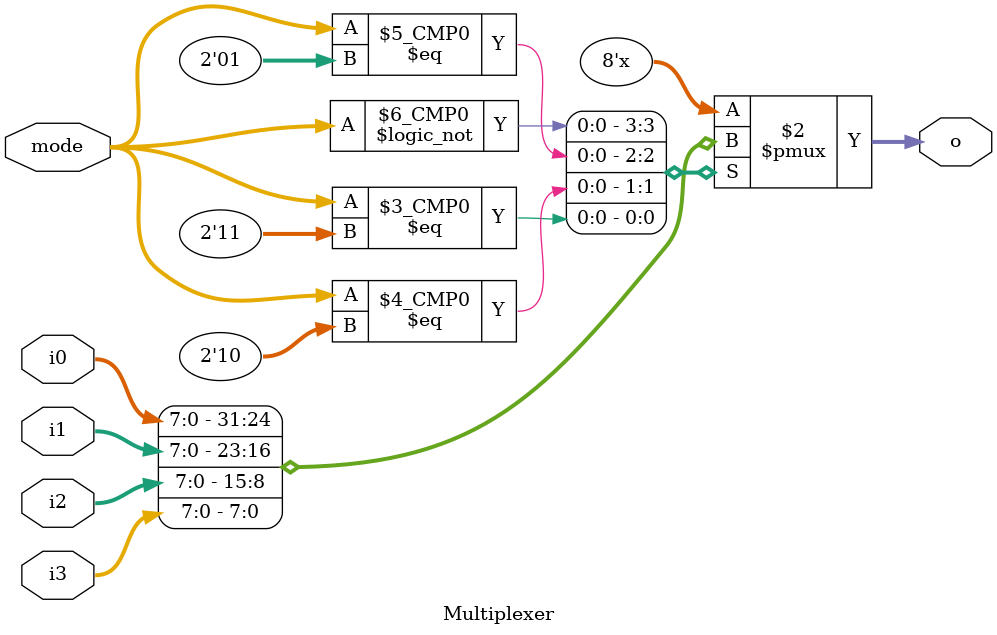
<source format=v>
module Multiplexer(input [1:0] mode, input [7:0]i0, input [7:0]i1, input [7:0]i2, input [7:0]i3, output reg [7:0]o);
always @ (mode or i0 or i1 or i2 or i3)
case (mode)
	0: o = i0;
	1: o = i1;
	2: o = i2;
	3: o = i3;
endcase
endmodule

</source>
